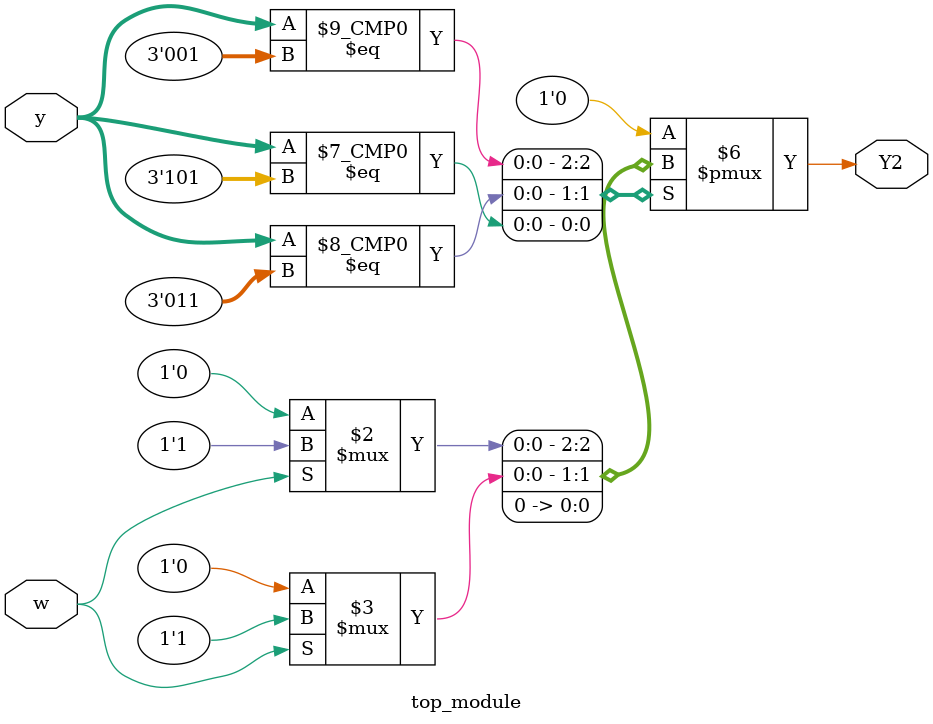
<source format=sv>
module top_module(
    input [3:1] y,
    input w,
    output reg Y2);

    always @(*) begin
        case (y)
            3'b000: Y2 = 1'b0;                  // A
            3'b001: Y2 = w ? 1'b1 : 1'b0;       // B
            3'b010: Y2 = 1'b0;                  // C
            3'b011: Y2 = w ? 1'b1 : 1'b0;       // D
            3'b100: Y2 = 1'b0;                  // E
            3'b101: Y2 = w ? 1'b0 : 1'b0;       // F
            default: Y2 = 1'b0;                 // Safety default
        endcase
    end
endmodule

</source>
